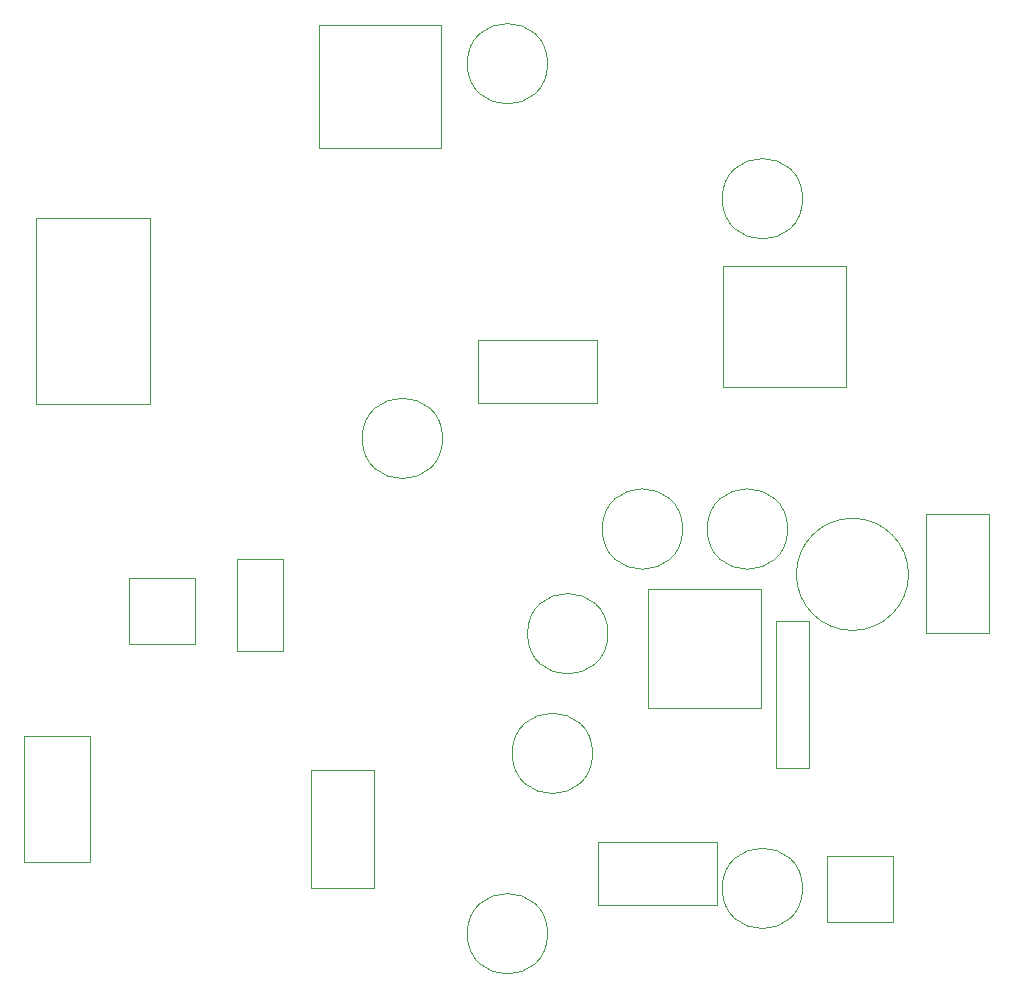
<source format=gbr>
G04 Layer_Color=32768*
%FSLAX23Y23*%
%MOIN*%
%TF.FileFunction,Other,Mechanical_15*%
%TF.Part,Single*%
G01*
G75*
%TA.AperFunction,NonConductor*%
%ADD65C,0.002*%
D65*
X3634Y3850D02*
G03*
X3634Y3850I-134J0D01*
G01*
Y1551D02*
G03*
X3634Y1551I-134J0D01*
G01*
X2784Y1400D02*
G03*
X2784Y1400I-134J0D01*
G01*
Y4300D02*
G03*
X2784Y4300I-134J0D01*
G01*
X2434Y3051D02*
G03*
X2434Y3051I-134J0D01*
G01*
X2985Y2400D02*
G03*
X2985Y2400I-134J0D01*
G01*
X3234Y2749D02*
G03*
X3234Y2749I-134J0D01*
G01*
X3584D02*
G03*
X3584Y2749I-134J0D01*
G01*
X2934Y2001D02*
G03*
X2934Y2001I-134J0D01*
G01*
X3987Y2598D02*
G03*
X3987Y2598I-187J0D01*
G01*
X4045Y2404D02*
Y2799D01*
X4255D01*
Y2404D02*
Y2799D01*
X4045Y2404D02*
X4255D01*
X3715Y1440D02*
Y1660D01*
Y1440D02*
X3935D01*
Y1660D01*
X3715D02*
X3935D01*
X2553Y3170D02*
X2947D01*
X2553D02*
Y3380D01*
X2947D01*
Y3170D02*
Y3380D01*
X2953Y1705D02*
X3347D01*
Y1495D02*
Y1705D01*
X2953Y1495D02*
X3347D01*
X2953D02*
Y1705D01*
X2023Y4020D02*
X2427D01*
Y4430D01*
X2023D02*
X2427D01*
X2023Y4020D02*
Y4430D01*
X3370Y3223D02*
X3780D01*
X3370D02*
Y3627D01*
X3780D01*
Y3223D02*
Y3627D01*
X1748Y2344D02*
X1902D01*
X1748Y2648D02*
X1902D01*
Y2344D02*
Y2648D01*
X1748Y2344D02*
Y2648D01*
X1390Y2365D02*
Y2585D01*
Y2365D02*
X1610D01*
Y2585D01*
X1390D02*
X1610D01*
X1260Y1640D02*
Y2060D01*
X1040D02*
X1260D01*
X1040Y1640D02*
Y2060D01*
Y1640D02*
X1260D01*
X1460Y3165D02*
Y3785D01*
X1077D02*
X1460D01*
X1077Y3165D02*
Y3785D01*
Y3165D02*
X1460D01*
X2205Y1551D02*
Y1946D01*
X1995Y1551D02*
X2205D01*
X1995D02*
Y1946D01*
X2205D01*
X3118Y2151D02*
Y2549D01*
X3495Y2151D02*
Y2549D01*
X3118Y2151D02*
X3495D01*
X3118Y2549D02*
X3495D01*
X3656Y1951D02*
Y2441D01*
X3544Y1951D02*
X3656D01*
X3544D02*
Y2441D01*
X3656D01*
%TF.MD5,43b67e6c8593d5ef6585f8a39c847e96*%
M02*

</source>
